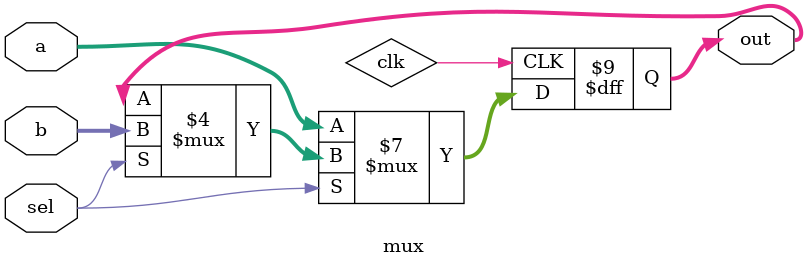
<source format=v>
module mux( 
input [4:0] a, b,
input sel,
output [4:0] out );
// When sel=0, assign a to out. 
// When sel=1, assign b to out. 
always @( posedge clk )
begin
  if ( sel == 0 )
    out <= a;
  else if ( sel == 1 )
    out <= b;
end
endmodule

</source>
